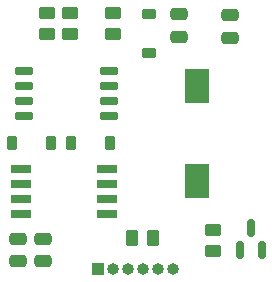
<source format=gbr>
%TF.GenerationSoftware,KiCad,Pcbnew,7.0.10*%
%TF.CreationDate,2026-01-16T16:27:33+08:00*%
%TF.ProjectId,NeepNeep-DAC-V1,4e656570-4e65-4657-902d-4441432d5631,rev?*%
%TF.SameCoordinates,Original*%
%TF.FileFunction,Soldermask,Top*%
%TF.FilePolarity,Negative*%
%FSLAX46Y46*%
G04 Gerber Fmt 4.6, Leading zero omitted, Abs format (unit mm)*
G04 Created by KiCad (PCBNEW 7.0.10) date 2026-01-16 16:27:33*
%MOMM*%
%LPD*%
G01*
G04 APERTURE LIST*
G04 Aperture macros list*
%AMRoundRect*
0 Rectangle with rounded corners*
0 $1 Rounding radius*
0 $2 $3 $4 $5 $6 $7 $8 $9 X,Y pos of 4 corners*
0 Add a 4 corners polygon primitive as box body*
4,1,4,$2,$3,$4,$5,$6,$7,$8,$9,$2,$3,0*
0 Add four circle primitives for the rounded corners*
1,1,$1+$1,$2,$3*
1,1,$1+$1,$4,$5*
1,1,$1+$1,$6,$7*
1,1,$1+$1,$8,$9*
0 Add four rect primitives between the rounded corners*
20,1,$1+$1,$2,$3,$4,$5,0*
20,1,$1+$1,$4,$5,$6,$7,0*
20,1,$1+$1,$6,$7,$8,$9,0*
20,1,$1+$1,$8,$9,$2,$3,0*%
G04 Aperture macros list end*
%ADD10R,2.000000X3.000000*%
%ADD11RoundRect,0.250000X-0.475000X0.250000X-0.475000X-0.250000X0.475000X-0.250000X0.475000X0.250000X0*%
%ADD12RoundRect,0.250000X-0.450000X0.262500X-0.450000X-0.262500X0.450000X-0.262500X0.450000X0.262500X0*%
%ADD13RoundRect,0.225000X-0.225000X-0.375000X0.225000X-0.375000X0.225000X0.375000X-0.225000X0.375000X0*%
%ADD14R,1.700000X0.650000*%
%ADD15RoundRect,0.150000X-0.650000X-0.150000X0.650000X-0.150000X0.650000X0.150000X-0.650000X0.150000X0*%
%ADD16RoundRect,0.225000X0.375000X-0.225000X0.375000X0.225000X-0.375000X0.225000X-0.375000X-0.225000X0*%
%ADD17RoundRect,0.250000X-0.262500X-0.450000X0.262500X-0.450000X0.262500X0.450000X-0.262500X0.450000X0*%
%ADD18RoundRect,0.150000X0.150000X-0.587500X0.150000X0.587500X-0.150000X0.587500X-0.150000X-0.587500X0*%
%ADD19R,1.000000X1.000000*%
%ADD20O,1.000000X1.000000*%
G04 APERTURE END LIST*
D10*
%TO.C,BUZZER1*%
X5200000Y4500000D03*
X5200000Y-3500000D03*
%TD*%
D11*
%TO.C,C4*%
X-7900000Y-10300000D03*
X-7900000Y-8400000D03*
%TD*%
%TO.C,C3*%
X7950000Y8600000D03*
X7950000Y10500000D03*
%TD*%
D12*
%TO.C,R3*%
X-5550000Y10712500D03*
X-5550000Y8887500D03*
%TD*%
%TO.C,R2*%
X-1950000Y10712500D03*
X-1950000Y8887500D03*
%TD*%
%TO.C,R1*%
X-7500000Y8887500D03*
X-7500000Y10712500D03*
%TD*%
D13*
%TO.C,D3*%
X-5450000Y-271250D03*
X-2150000Y-271250D03*
%TD*%
%TO.C,D2*%
X-10500000Y-271250D03*
X-7200000Y-271250D03*
%TD*%
D14*
%TO.C,U3*%
X-9700000Y-6305000D03*
X-9700000Y-5035000D03*
X-9700000Y-3765000D03*
X-9700000Y-2495000D03*
X-2400000Y-2495000D03*
X-2400000Y-3765000D03*
X-2400000Y-5035000D03*
X-2400000Y-6305000D03*
%TD*%
D15*
%TO.C,U2*%
X-9450000Y5833750D03*
X-9450000Y4563750D03*
X-9450000Y3293750D03*
X-9450000Y2023750D03*
X-2250000Y2023750D03*
X-2250000Y3293750D03*
X-2250000Y4563750D03*
X-2250000Y5833750D03*
%TD*%
D16*
%TO.C,D1*%
X1150000Y7350000D03*
X1150000Y10650000D03*
%TD*%
D11*
%TO.C,C1*%
X3650000Y8700000D03*
X3650000Y10600000D03*
%TD*%
D17*
%TO.C,R6*%
X-362500Y-8350000D03*
X1462500Y-8350000D03*
%TD*%
D18*
%TO.C,Q1*%
X9750000Y-7475000D03*
X10700000Y-9350000D03*
X8800000Y-9350000D03*
%TD*%
D19*
%TO.C,J1*%
X-3175000Y-11000000D03*
D20*
X-1905000Y-11000000D03*
X-635000Y-11000000D03*
X635000Y-11000000D03*
X1905000Y-11000000D03*
X3175000Y-11000000D03*
%TD*%
D11*
%TO.C,C2*%
X-10000000Y-10300000D03*
X-10000000Y-8400000D03*
%TD*%
D12*
%TO.C,R7*%
X6550000Y-9462500D03*
X6550000Y-7637500D03*
%TD*%
M02*

</source>
